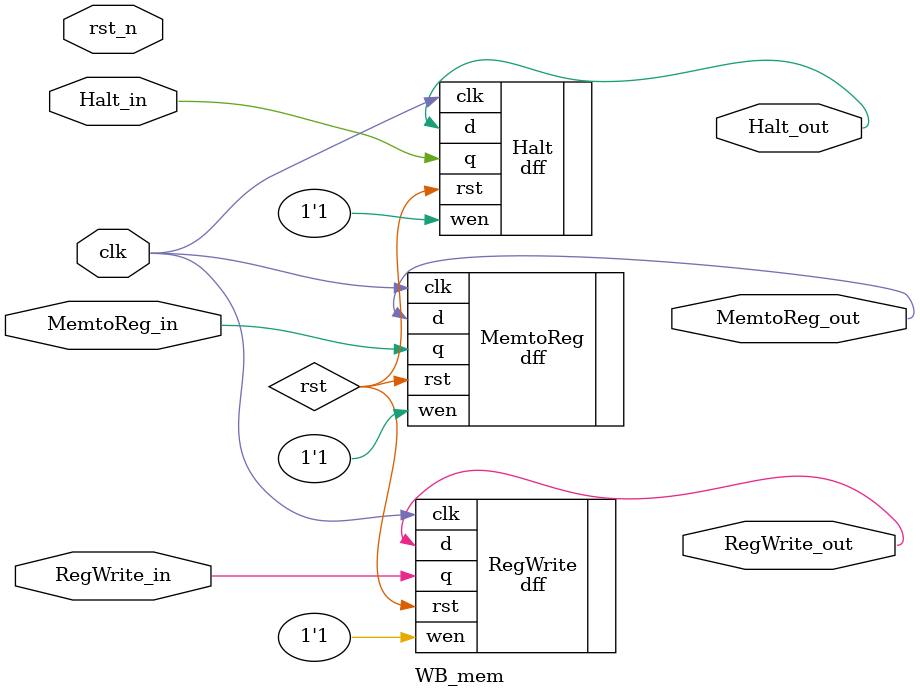
<source format=v>
module WB_mem(clk, rst_n, RegWrite_in, MemtoReg_in, Halt_in, RegWrite_out, MemtoReg_out, Halt_out);
	input clk;
	input rst_n;
	input RegWrite_in, MemtoReg_in, Halt_in;
	output RegWrite_out, MemtoReg_out, Halt_out;
	
	dff RegWrite(.q(RegWrite_in), .d(RegWrite_out), .wen(1'b1), .clk(clk), .rst(rst));
	dff MemtoReg(.q(MemtoReg_in), .d(MemtoReg_out), .wen(1'b1), .clk(clk), .rst(rst));
	dff Halt(.q(Halt_in), .d(Halt_out), .wen(1'b1), .clk(clk), .rst(rst));

endmodule
</source>
